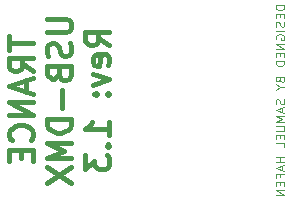
<source format=gbr>
%TF.GenerationSoftware,KiCad,Pcbnew,9.0.7*%
%TF.CreationDate,2026-02-09T14:49:56+01:00*%
%TF.ProjectId,usb-dmx,7573622d-646d-4782-9e6b-696361645f70,1.3*%
%TF.SameCoordinates,Original*%
%TF.FileFunction,Legend,Bot*%
%TF.FilePolarity,Positive*%
%FSLAX46Y46*%
G04 Gerber Fmt 4.6, Leading zero omitted, Abs format (unit mm)*
G04 Created by KiCad (PCBNEW 9.0.7) date 2026-02-09 14:49:56*
%MOMM*%
%LPD*%
G01*
G04 APERTURE LIST*
%ADD10C,0.093750*%
%ADD11C,0.400000*%
G04 APERTURE END LIST*
D10*
X134592089Y-59482143D02*
X133842089Y-59482143D01*
X133842089Y-59482143D02*
X133842089Y-59660714D01*
X133842089Y-59660714D02*
X133877803Y-59767857D01*
X133877803Y-59767857D02*
X133949232Y-59839286D01*
X133949232Y-59839286D02*
X134020660Y-59875000D01*
X134020660Y-59875000D02*
X134163517Y-59910714D01*
X134163517Y-59910714D02*
X134270660Y-59910714D01*
X134270660Y-59910714D02*
X134413517Y-59875000D01*
X134413517Y-59875000D02*
X134484946Y-59839286D01*
X134484946Y-59839286D02*
X134556375Y-59767857D01*
X134556375Y-59767857D02*
X134592089Y-59660714D01*
X134592089Y-59660714D02*
X134592089Y-59482143D01*
X134199232Y-60232143D02*
X134199232Y-60482143D01*
X134592089Y-60589286D02*
X134592089Y-60232143D01*
X134592089Y-60232143D02*
X133842089Y-60232143D01*
X133842089Y-60232143D02*
X133842089Y-60589286D01*
X134556375Y-60875000D02*
X134592089Y-60982143D01*
X134592089Y-60982143D02*
X134592089Y-61160714D01*
X134592089Y-61160714D02*
X134556375Y-61232143D01*
X134556375Y-61232143D02*
X134520660Y-61267857D01*
X134520660Y-61267857D02*
X134449232Y-61303571D01*
X134449232Y-61303571D02*
X134377803Y-61303571D01*
X134377803Y-61303571D02*
X134306375Y-61267857D01*
X134306375Y-61267857D02*
X134270660Y-61232143D01*
X134270660Y-61232143D02*
X134234946Y-61160714D01*
X134234946Y-61160714D02*
X134199232Y-61017857D01*
X134199232Y-61017857D02*
X134163517Y-60946428D01*
X134163517Y-60946428D02*
X134127803Y-60910714D01*
X134127803Y-60910714D02*
X134056375Y-60875000D01*
X134056375Y-60875000D02*
X133984946Y-60875000D01*
X133984946Y-60875000D02*
X133913517Y-60910714D01*
X133913517Y-60910714D02*
X133877803Y-60946428D01*
X133877803Y-60946428D02*
X133842089Y-61017857D01*
X133842089Y-61017857D02*
X133842089Y-61196428D01*
X133842089Y-61196428D02*
X133877803Y-61303571D01*
X134592089Y-61625000D02*
X133842089Y-61625000D01*
X133877803Y-62375000D02*
X133842089Y-62303572D01*
X133842089Y-62303572D02*
X133842089Y-62196429D01*
X133842089Y-62196429D02*
X133877803Y-62089286D01*
X133877803Y-62089286D02*
X133949232Y-62017857D01*
X133949232Y-62017857D02*
X134020660Y-61982143D01*
X134020660Y-61982143D02*
X134163517Y-61946429D01*
X134163517Y-61946429D02*
X134270660Y-61946429D01*
X134270660Y-61946429D02*
X134413517Y-61982143D01*
X134413517Y-61982143D02*
X134484946Y-62017857D01*
X134484946Y-62017857D02*
X134556375Y-62089286D01*
X134556375Y-62089286D02*
X134592089Y-62196429D01*
X134592089Y-62196429D02*
X134592089Y-62267857D01*
X134592089Y-62267857D02*
X134556375Y-62375000D01*
X134556375Y-62375000D02*
X134520660Y-62410714D01*
X134520660Y-62410714D02*
X134270660Y-62410714D01*
X134270660Y-62410714D02*
X134270660Y-62267857D01*
X134592089Y-62732143D02*
X133842089Y-62732143D01*
X133842089Y-62732143D02*
X134592089Y-63160714D01*
X134592089Y-63160714D02*
X133842089Y-63160714D01*
X134199232Y-63517857D02*
X134199232Y-63767857D01*
X134592089Y-63875000D02*
X134592089Y-63517857D01*
X134592089Y-63517857D02*
X133842089Y-63517857D01*
X133842089Y-63517857D02*
X133842089Y-63875000D01*
X134592089Y-64196428D02*
X133842089Y-64196428D01*
X133842089Y-64196428D02*
X133842089Y-64374999D01*
X133842089Y-64374999D02*
X133877803Y-64482142D01*
X133877803Y-64482142D02*
X133949232Y-64553571D01*
X133949232Y-64553571D02*
X134020660Y-64589285D01*
X134020660Y-64589285D02*
X134163517Y-64624999D01*
X134163517Y-64624999D02*
X134270660Y-64624999D01*
X134270660Y-64624999D02*
X134413517Y-64589285D01*
X134413517Y-64589285D02*
X134484946Y-64553571D01*
X134484946Y-64553571D02*
X134556375Y-64482142D01*
X134556375Y-64482142D02*
X134592089Y-64374999D01*
X134592089Y-64374999D02*
X134592089Y-64196428D01*
X134199232Y-65767857D02*
X134234946Y-65875000D01*
X134234946Y-65875000D02*
X134270660Y-65910714D01*
X134270660Y-65910714D02*
X134342089Y-65946428D01*
X134342089Y-65946428D02*
X134449232Y-65946428D01*
X134449232Y-65946428D02*
X134520660Y-65910714D01*
X134520660Y-65910714D02*
X134556375Y-65875000D01*
X134556375Y-65875000D02*
X134592089Y-65803571D01*
X134592089Y-65803571D02*
X134592089Y-65517857D01*
X134592089Y-65517857D02*
X133842089Y-65517857D01*
X133842089Y-65517857D02*
X133842089Y-65767857D01*
X133842089Y-65767857D02*
X133877803Y-65839286D01*
X133877803Y-65839286D02*
X133913517Y-65875000D01*
X133913517Y-65875000D02*
X133984946Y-65910714D01*
X133984946Y-65910714D02*
X134056375Y-65910714D01*
X134056375Y-65910714D02*
X134127803Y-65875000D01*
X134127803Y-65875000D02*
X134163517Y-65839286D01*
X134163517Y-65839286D02*
X134199232Y-65767857D01*
X134199232Y-65767857D02*
X134199232Y-65517857D01*
X134234946Y-66410714D02*
X134592089Y-66410714D01*
X133842089Y-66160714D02*
X134234946Y-66410714D01*
X134234946Y-66410714D02*
X133842089Y-66660714D01*
X134556375Y-67446429D02*
X134592089Y-67553572D01*
X134592089Y-67553572D02*
X134592089Y-67732143D01*
X134592089Y-67732143D02*
X134556375Y-67803572D01*
X134556375Y-67803572D02*
X134520660Y-67839286D01*
X134520660Y-67839286D02*
X134449232Y-67875000D01*
X134449232Y-67875000D02*
X134377803Y-67875000D01*
X134377803Y-67875000D02*
X134306375Y-67839286D01*
X134306375Y-67839286D02*
X134270660Y-67803572D01*
X134270660Y-67803572D02*
X134234946Y-67732143D01*
X134234946Y-67732143D02*
X134199232Y-67589286D01*
X134199232Y-67589286D02*
X134163517Y-67517857D01*
X134163517Y-67517857D02*
X134127803Y-67482143D01*
X134127803Y-67482143D02*
X134056375Y-67446429D01*
X134056375Y-67446429D02*
X133984946Y-67446429D01*
X133984946Y-67446429D02*
X133913517Y-67482143D01*
X133913517Y-67482143D02*
X133877803Y-67517857D01*
X133877803Y-67517857D02*
X133842089Y-67589286D01*
X133842089Y-67589286D02*
X133842089Y-67767857D01*
X133842089Y-67767857D02*
X133877803Y-67875000D01*
X134377803Y-68160715D02*
X134377803Y-68517858D01*
X134592089Y-68089286D02*
X133842089Y-68339286D01*
X133842089Y-68339286D02*
X134592089Y-68589286D01*
X134592089Y-68839286D02*
X133842089Y-68839286D01*
X133842089Y-68839286D02*
X134377803Y-69089286D01*
X134377803Y-69089286D02*
X133842089Y-69339286D01*
X133842089Y-69339286D02*
X134592089Y-69339286D01*
X133842089Y-69696429D02*
X134449232Y-69696429D01*
X134449232Y-69696429D02*
X134520660Y-69732143D01*
X134520660Y-69732143D02*
X134556375Y-69767858D01*
X134556375Y-69767858D02*
X134592089Y-69839286D01*
X134592089Y-69839286D02*
X134592089Y-69982143D01*
X134592089Y-69982143D02*
X134556375Y-70053572D01*
X134556375Y-70053572D02*
X134520660Y-70089286D01*
X134520660Y-70089286D02*
X134449232Y-70125000D01*
X134449232Y-70125000D02*
X133842089Y-70125000D01*
X134199232Y-70482143D02*
X134199232Y-70732143D01*
X134592089Y-70839286D02*
X134592089Y-70482143D01*
X134592089Y-70482143D02*
X133842089Y-70482143D01*
X133842089Y-70482143D02*
X133842089Y-70839286D01*
X134592089Y-71517857D02*
X134592089Y-71160714D01*
X134592089Y-71160714D02*
X133842089Y-71160714D01*
X134592089Y-72339286D02*
X133842089Y-72339286D01*
X134199232Y-72339286D02*
X134199232Y-72767857D01*
X134592089Y-72767857D02*
X133842089Y-72767857D01*
X134377803Y-73089286D02*
X134377803Y-73446429D01*
X134592089Y-73017857D02*
X133842089Y-73267857D01*
X133842089Y-73267857D02*
X134592089Y-73517857D01*
X134199232Y-74017857D02*
X134199232Y-73767857D01*
X134592089Y-73767857D02*
X133842089Y-73767857D01*
X133842089Y-73767857D02*
X133842089Y-74125000D01*
X134199232Y-74410714D02*
X134199232Y-74660714D01*
X134592089Y-74767857D02*
X134592089Y-74410714D01*
X134592089Y-74410714D02*
X133842089Y-74410714D01*
X133842089Y-74410714D02*
X133842089Y-74767857D01*
X134592089Y-75089285D02*
X133842089Y-75089285D01*
X133842089Y-75089285D02*
X134592089Y-75517856D01*
X134592089Y-75517856D02*
X133842089Y-75517856D01*
D11*
X111294662Y-62119047D02*
X111294662Y-63261904D01*
X113294662Y-62690475D02*
X111294662Y-62690475D01*
X113294662Y-65071428D02*
X112342281Y-64404761D01*
X113294662Y-63928571D02*
X111294662Y-63928571D01*
X111294662Y-63928571D02*
X111294662Y-64690476D01*
X111294662Y-64690476D02*
X111389900Y-64880952D01*
X111389900Y-64880952D02*
X111485138Y-64976190D01*
X111485138Y-64976190D02*
X111675614Y-65071428D01*
X111675614Y-65071428D02*
X111961328Y-65071428D01*
X111961328Y-65071428D02*
X112151804Y-64976190D01*
X112151804Y-64976190D02*
X112247043Y-64880952D01*
X112247043Y-64880952D02*
X112342281Y-64690476D01*
X112342281Y-64690476D02*
X112342281Y-63928571D01*
X112723233Y-65833333D02*
X112723233Y-66785714D01*
X113294662Y-65642857D02*
X111294662Y-66309523D01*
X111294662Y-66309523D02*
X113294662Y-66976190D01*
X113294662Y-67642857D02*
X111294662Y-67642857D01*
X111294662Y-67642857D02*
X113294662Y-68785714D01*
X113294662Y-68785714D02*
X111294662Y-68785714D01*
X113104185Y-70880952D02*
X113199424Y-70785714D01*
X113199424Y-70785714D02*
X113294662Y-70500000D01*
X113294662Y-70500000D02*
X113294662Y-70309524D01*
X113294662Y-70309524D02*
X113199424Y-70023809D01*
X113199424Y-70023809D02*
X113008947Y-69833333D01*
X113008947Y-69833333D02*
X112818471Y-69738095D01*
X112818471Y-69738095D02*
X112437519Y-69642857D01*
X112437519Y-69642857D02*
X112151804Y-69642857D01*
X112151804Y-69642857D02*
X111770852Y-69738095D01*
X111770852Y-69738095D02*
X111580376Y-69833333D01*
X111580376Y-69833333D02*
X111389900Y-70023809D01*
X111389900Y-70023809D02*
X111294662Y-70309524D01*
X111294662Y-70309524D02*
X111294662Y-70500000D01*
X111294662Y-70500000D02*
X111389900Y-70785714D01*
X111389900Y-70785714D02*
X111485138Y-70880952D01*
X112247043Y-71738095D02*
X112247043Y-72404762D01*
X113294662Y-72690476D02*
X113294662Y-71738095D01*
X113294662Y-71738095D02*
X111294662Y-71738095D01*
X111294662Y-71738095D02*
X111294662Y-72690476D01*
X114514550Y-60642857D02*
X116133597Y-60642857D01*
X116133597Y-60642857D02*
X116324073Y-60738095D01*
X116324073Y-60738095D02*
X116419312Y-60833333D01*
X116419312Y-60833333D02*
X116514550Y-61023809D01*
X116514550Y-61023809D02*
X116514550Y-61404762D01*
X116514550Y-61404762D02*
X116419312Y-61595238D01*
X116419312Y-61595238D02*
X116324073Y-61690476D01*
X116324073Y-61690476D02*
X116133597Y-61785714D01*
X116133597Y-61785714D02*
X114514550Y-61785714D01*
X116419312Y-62642857D02*
X116514550Y-62928571D01*
X116514550Y-62928571D02*
X116514550Y-63404762D01*
X116514550Y-63404762D02*
X116419312Y-63595238D01*
X116419312Y-63595238D02*
X116324073Y-63690476D01*
X116324073Y-63690476D02*
X116133597Y-63785714D01*
X116133597Y-63785714D02*
X115943121Y-63785714D01*
X115943121Y-63785714D02*
X115752645Y-63690476D01*
X115752645Y-63690476D02*
X115657407Y-63595238D01*
X115657407Y-63595238D02*
X115562169Y-63404762D01*
X115562169Y-63404762D02*
X115466931Y-63023809D01*
X115466931Y-63023809D02*
X115371692Y-62833333D01*
X115371692Y-62833333D02*
X115276454Y-62738095D01*
X115276454Y-62738095D02*
X115085978Y-62642857D01*
X115085978Y-62642857D02*
X114895502Y-62642857D01*
X114895502Y-62642857D02*
X114705026Y-62738095D01*
X114705026Y-62738095D02*
X114609788Y-62833333D01*
X114609788Y-62833333D02*
X114514550Y-63023809D01*
X114514550Y-63023809D02*
X114514550Y-63500000D01*
X114514550Y-63500000D02*
X114609788Y-63785714D01*
X115466931Y-65309524D02*
X115562169Y-65595238D01*
X115562169Y-65595238D02*
X115657407Y-65690476D01*
X115657407Y-65690476D02*
X115847883Y-65785714D01*
X115847883Y-65785714D02*
X116133597Y-65785714D01*
X116133597Y-65785714D02*
X116324073Y-65690476D01*
X116324073Y-65690476D02*
X116419312Y-65595238D01*
X116419312Y-65595238D02*
X116514550Y-65404762D01*
X116514550Y-65404762D02*
X116514550Y-64642857D01*
X116514550Y-64642857D02*
X114514550Y-64642857D01*
X114514550Y-64642857D02*
X114514550Y-65309524D01*
X114514550Y-65309524D02*
X114609788Y-65500000D01*
X114609788Y-65500000D02*
X114705026Y-65595238D01*
X114705026Y-65595238D02*
X114895502Y-65690476D01*
X114895502Y-65690476D02*
X115085978Y-65690476D01*
X115085978Y-65690476D02*
X115276454Y-65595238D01*
X115276454Y-65595238D02*
X115371692Y-65500000D01*
X115371692Y-65500000D02*
X115466931Y-65309524D01*
X115466931Y-65309524D02*
X115466931Y-64642857D01*
X115752645Y-66642857D02*
X115752645Y-68166667D01*
X116514550Y-69119047D02*
X114514550Y-69119047D01*
X114514550Y-69119047D02*
X114514550Y-69595237D01*
X114514550Y-69595237D02*
X114609788Y-69880952D01*
X114609788Y-69880952D02*
X114800264Y-70071428D01*
X114800264Y-70071428D02*
X114990740Y-70166666D01*
X114990740Y-70166666D02*
X115371692Y-70261904D01*
X115371692Y-70261904D02*
X115657407Y-70261904D01*
X115657407Y-70261904D02*
X116038359Y-70166666D01*
X116038359Y-70166666D02*
X116228835Y-70071428D01*
X116228835Y-70071428D02*
X116419312Y-69880952D01*
X116419312Y-69880952D02*
X116514550Y-69595237D01*
X116514550Y-69595237D02*
X116514550Y-69119047D01*
X116514550Y-71119047D02*
X114514550Y-71119047D01*
X114514550Y-71119047D02*
X115943121Y-71785714D01*
X115943121Y-71785714D02*
X114514550Y-72452380D01*
X114514550Y-72452380D02*
X116514550Y-72452380D01*
X114514550Y-73214285D02*
X116514550Y-74547618D01*
X114514550Y-74547618D02*
X116514550Y-73214285D01*
X119734438Y-62880951D02*
X118782057Y-62214284D01*
X119734438Y-61738094D02*
X117734438Y-61738094D01*
X117734438Y-61738094D02*
X117734438Y-62499999D01*
X117734438Y-62499999D02*
X117829676Y-62690475D01*
X117829676Y-62690475D02*
X117924914Y-62785713D01*
X117924914Y-62785713D02*
X118115390Y-62880951D01*
X118115390Y-62880951D02*
X118401104Y-62880951D01*
X118401104Y-62880951D02*
X118591580Y-62785713D01*
X118591580Y-62785713D02*
X118686819Y-62690475D01*
X118686819Y-62690475D02*
X118782057Y-62499999D01*
X118782057Y-62499999D02*
X118782057Y-61738094D01*
X119639200Y-64499999D02*
X119734438Y-64309523D01*
X119734438Y-64309523D02*
X119734438Y-63928570D01*
X119734438Y-63928570D02*
X119639200Y-63738094D01*
X119639200Y-63738094D02*
X119448723Y-63642856D01*
X119448723Y-63642856D02*
X118686819Y-63642856D01*
X118686819Y-63642856D02*
X118496342Y-63738094D01*
X118496342Y-63738094D02*
X118401104Y-63928570D01*
X118401104Y-63928570D02*
X118401104Y-64309523D01*
X118401104Y-64309523D02*
X118496342Y-64499999D01*
X118496342Y-64499999D02*
X118686819Y-64595237D01*
X118686819Y-64595237D02*
X118877295Y-64595237D01*
X118877295Y-64595237D02*
X119067771Y-63642856D01*
X118401104Y-65261904D02*
X119734438Y-65738094D01*
X119734438Y-65738094D02*
X118401104Y-66214285D01*
X119543961Y-66976190D02*
X119639200Y-67071428D01*
X119639200Y-67071428D02*
X119734438Y-66976190D01*
X119734438Y-66976190D02*
X119639200Y-66880952D01*
X119639200Y-66880952D02*
X119543961Y-66976190D01*
X119543961Y-66976190D02*
X119734438Y-66976190D01*
X118496342Y-66976190D02*
X118591580Y-67071428D01*
X118591580Y-67071428D02*
X118686819Y-66976190D01*
X118686819Y-66976190D02*
X118591580Y-66880952D01*
X118591580Y-66880952D02*
X118496342Y-66976190D01*
X118496342Y-66976190D02*
X118686819Y-66976190D01*
X119734438Y-70500000D02*
X119734438Y-69357143D01*
X119734438Y-69928571D02*
X117734438Y-69928571D01*
X117734438Y-69928571D02*
X118020152Y-69738095D01*
X118020152Y-69738095D02*
X118210628Y-69547619D01*
X118210628Y-69547619D02*
X118305866Y-69357143D01*
X119543961Y-71357143D02*
X119639200Y-71452381D01*
X119639200Y-71452381D02*
X119734438Y-71357143D01*
X119734438Y-71357143D02*
X119639200Y-71261905D01*
X119639200Y-71261905D02*
X119543961Y-71357143D01*
X119543961Y-71357143D02*
X119734438Y-71357143D01*
X117734438Y-72119048D02*
X117734438Y-73357143D01*
X117734438Y-73357143D02*
X118496342Y-72690476D01*
X118496342Y-72690476D02*
X118496342Y-72976191D01*
X118496342Y-72976191D02*
X118591580Y-73166667D01*
X118591580Y-73166667D02*
X118686819Y-73261905D01*
X118686819Y-73261905D02*
X118877295Y-73357143D01*
X118877295Y-73357143D02*
X119353485Y-73357143D01*
X119353485Y-73357143D02*
X119543961Y-73261905D01*
X119543961Y-73261905D02*
X119639200Y-73166667D01*
X119639200Y-73166667D02*
X119734438Y-72976191D01*
X119734438Y-72976191D02*
X119734438Y-72404762D01*
X119734438Y-72404762D02*
X119639200Y-72214286D01*
X119639200Y-72214286D02*
X119543961Y-72119048D01*
M02*

</source>
